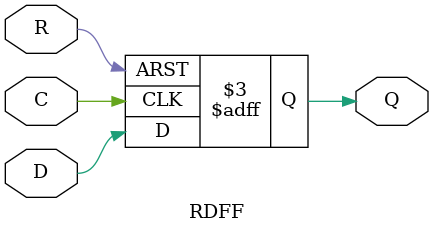
<source format=v>

module BUF(A, Y);
input A;
output Y;
assign Y = A;
endmodule

module NOT(A, Y);
input A;
output Y;
assign Y = ~A;
endmodule

module NAND(A, B, Y);
input A, B;
output Y;
assign Y = ~(A & B);
endmodule

module AND(A, B, Y);
input A, B;
output Y;
assign Y = (A & B);
endmodule

module NOR(A, B, Y);
input A, B;
output Y;
assign Y = ~(A | B);
endmodule

module OR(A, B, Y);
input A, B;
output Y;
assign Y = (A | B);
endmodule

module XOR(A, B, Y);
input A, B;
output Y;
assign Y = (A ^ B);
endmodule

module XNOR(A, B, Y);
input A, B;
output Y;
assign Y = ~(A ^ B);
endmodule

module DFF(C, D, Q);
input C, D;
output reg Q;
always @(posedge C)
	Q <= D;
endmodule

module RDFF(C, R, D, Q);
input C, R, D;
output reg Q;
always @(posedge C, posedge R)
    if (R == 1) begin
	    Q <= 0;
    end else begin
	    Q <= D;
    end
endmodule



</source>
